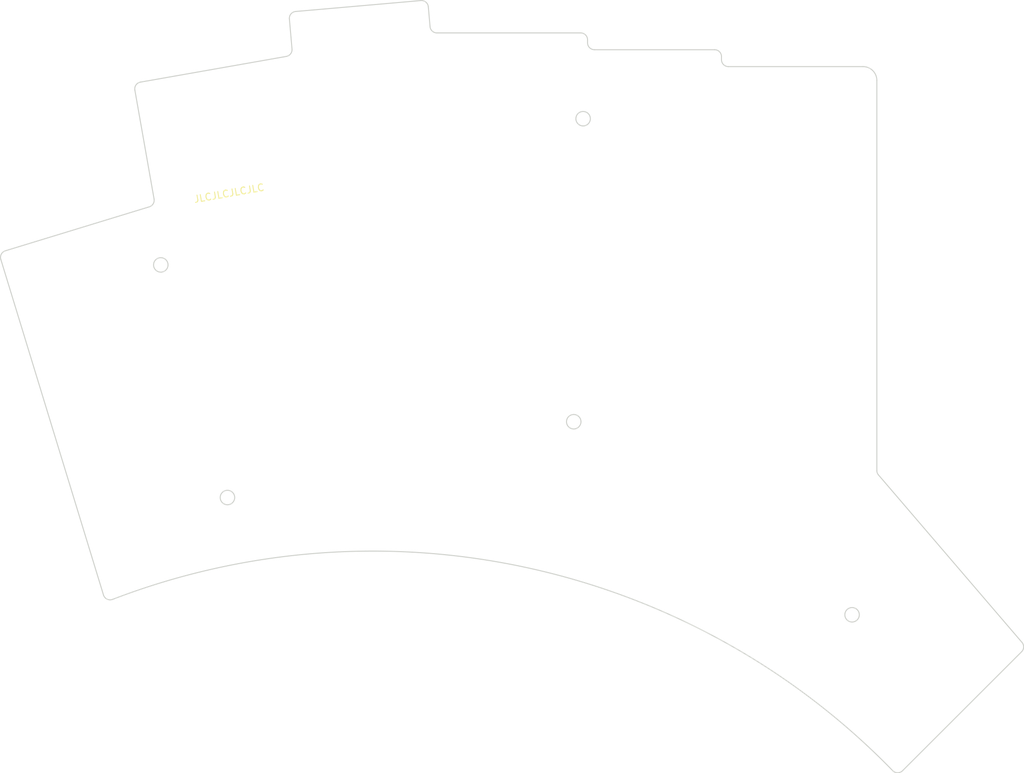
<source format=kicad_pcb>

            
(kicad_pcb (version 20211014) (generator pcbnew)

  (general
    (thickness 1.6)
  )

  (paper "A3")
  (title_block
    (title "porcupine_4thumb_keys_bottom_plate")
    (rev "v0.0.1")
    (company "Anarion")
  )

  (layers
    (0 "F.Cu" signal)
    (31 "B.Cu" signal)
    (32 "B.Adhes" user "B.Adhesive")
    (33 "F.Adhes" user "F.Adhesive")
    (34 "B.Paste" user)
    (35 "F.Paste" user)
    (36 "B.SilkS" user "B.Silkscreen")
    (37 "F.SilkS" user "F.Silkscreen")
    (38 "B.Mask" user)
    (39 "F.Mask" user)
    (40 "Dwgs.User" user "User.Drawings")
    (41 "Cmts.User" user "User.Comments")
    (42 "Eco1.User" user "User.Eco1")
    (43 "Eco2.User" user "User.Eco2")
    (44 "Edge.Cuts" user)
    (45 "Margin" user)
    (46 "B.CrtYd" user "B.Courtyard")
    (47 "F.CrtYd" user "F.Courtyard")
    (48 "B.Fab" user)
    (49 "F.Fab" user)
  )

  (setup
    (last_trace_width 0.25)
    (trace_clearance 0.2)
    (zone_clearance 0.508)
    (zone_45_only no)
    (trace_min 0.2)
    (via_size 0.8)
    (via_drill 0.4)
    (via_min_size 0.4)
    (via_min_drill 0.3)
    (uvia_size 0.3)
    (uvia_drill 0.1)
    (uvias_allowed no)
    (uvia_min_size 0.2)
    (uvia_min_drill 0.1)
    (edge_width 0.05)
    (segment_width 0.2)
    (pcb_text_width 0.3)
    (pcb_text_size 1.5 1.5)
    (mod_edge_width 0.12)
    (mod_text_size 1 1)
    (mod_text_width 0.15)
    (pad_size 1.524 1.524)
    (pad_drill 0.762)
    (pad_to_mask_clearance 0.05)
    (aux_axis_origin 0 0)
    (visible_elements FFFFFF7F)
    (pcbplotparams
      (layerselection 0x00010fc_ffffffff)
      (disableapertmacros false)
      (usegerberextensions false)
      (usegerberattributes true)
      (usegerberadvancedattributes true)
      (creategerberjobfile true)
      (svguseinch false)
      (svgprecision 6)
      (excludeedgelayer true)
      (plotframeref false)
      (viasonmask false)
      (mode 1)
      (useauxorigin false)
      (hpglpennumber 1)
      (hpglpenspeed 20)
      (hpglpendiameter 15.000000)
      (dxfpolygonmode true)
      (dxfimperialunits true)
      (dxfusepcbnewfont true)
      (psnegative false)
      (psa4output false)
      (plotreference true)
      (plotvalue true)
      (plotinvisibletext false)
      (sketchpadsonfab false)
      (subtractmaskfromsilk false)
      (outputformat 1)
      (mirror false)
      (drillshape 1)
      (scaleselection 1)
      (outputdirectory "")
    )
  )

            (net 0 "")
            
  (net_class Default "This is the default net class."
    (clearance 0.2)
    (trace_width 0.25)
    (via_dia 0.8)
    (via_drill 0.4)
    (uvia_dia 0.3)
    (uvia_drill 0.1)
    (add_net "")
  )

            
  (net_class Power "This is the power net class."
    (clearance 0.2)
    (trace_width 0.5)
    (via_dia 0.8)
    (via_drill 0.4)
    (uvia_dia 0.3)
    (uvia_drill 0.1)
    
  )

            
            (gr_text "JLCJLCJLCJLC" (at 180.43148419999997 104.40721570000002 10) (layer F.SilkS)
                (effects (font (size 1 1) (thickness 0.15) ) (justify left))
            )
        
            (gr_line (start 152.5334464104637 113.07413928106877) (end 167.40236078100983 161.70816710580596) (layer "Edge.Cuts") (width 0.15))
(gr_line (start 153.19737951046372 111.82546278106878) (end 174.03796868146463 105.45385530529964) (layer "Edge.Cuts") (width 0.15))
(gr_line (start 171.94717698750728 88.53943301520655) (end 174.73040478146467 104.32390230529973) (layer "Edge.Cuts") (width 0.15))
(gr_line (start 172.75833658750724 87.3809770152065) (end 193.88583506969596 83.6556289755185) (layer "Edge.Cuts") (width 0.15))
(gr_line (start 195.23640693575206 77.14530915412462) (end 213.36715045351258 75.55907463806577) (layer "Edge.Cuts") (width 0.15))
(gr_line (start 214.4505008535126 76.46811363806592) (end 214.70152561920827 79.33733959999972) (layer "Edge.Cuts") (width 0.15))
(gr_line (start 194.7083815696959 82.58366547551805) (end 194.32736793575208 78.22865955412499) (layer "Edge.Cuts") (width 0.15))
(gr_line (start 215.6977203192083 80.25018390000002) (end 236.51108699999997 80.25018390000002) (layer "Edge.Cuts") (width 0.15))
(gr_line (start 237.51108699999997 81.25018390000002) (end 237.51108699999997 81.6835173) (layer "Edge.Cuts") (width 0.15))
(gr_line (start 256.91108699999995 84.1335173) (end 256.91108699999995 83.6835173) (layer "Edge.Cuts") (width 0.15))
(gr_line (start 238.51108699999997 82.6835173) (end 255.91108699999995 82.6835173) (layer "Edge.Cuts") (width 0.15))
(gr_line (start 279.6515963 144.31719585954988) (end 300.4313657295389 168.57791996694584) (layer "Edge.Cuts") (width 0.15))
(gr_line (start 300.37898182953893 169.93554496694583) (end 283.13340275193525 187.18112395193538) (layer "Edge.Cuts") (width 0.15))
(gr_arc (start 281.70917136802865 187.17096218710373) (mid 228.94013757096508 157.79560389320125) (end 168.71765071135837 162.3491386976446) (layer "Edge.Cuts") (width 0.15))
(gr_line (start 279.41108699999995 143.66667765954983) (end 279.41108699999995 87.1335173) (layer "Edge.Cuts") (width 0.15))
(gr_arc (start 279.41108699999995 87.1335173) (mid 278.82530056237306 85.7193037376269) (end 277.41108699999995 85.1335173) (layer "Edge.Cuts") (width 0.15))
(gr_line (start 277.41108699999995 85.1335173) (end 257.91108699999995 85.1335173) (layer "Edge.Cuts") (width 0.15))
(gr_arc (start 167.40236083895218 161.70816708809122) (mid 167.92059158800785 162.31473430783365) (end 168.71765070751087 162.34913868764153) (layer "Edge.Cuts") (width 0.15))
(gr_arc (start 281.70917138697115 187.1709621686943) (mid 282.4191612367252 187.47399174725263) (end 283.1334027811865 187.18112398118663) (layer "Edge.Cuts") (width 0.15))
(gr_arc (start 300.37898181072546 169.9355449481324) (mid 300.67113146030175 169.26699443205476) (end 300.4313657098234 168.57791998383257) (layer "Edge.Cuts") (width 0.15))
(gr_arc (start 279.41108699999995 143.66667765954983) (mid 279.4731395920169 144.01345519610285) (end 279.6515963197155 144.31719584266318) (layer "Edge.Cuts") (width 0.15))
(gr_arc (start 256.91108699999995 84.1335173) (mid 257.2039802188134 84.84062408118655) (end 257.91108699999995 85.1335173) (layer "Edge.Cuts") (width 0.15))
(gr_arc (start 256.91108699999995 83.6835173) (mid 256.6181937811865 82.97641051881345) (end 255.91108699999995 82.6835173) (layer "Edge.Cuts") (width 0.15))
(gr_arc (start 237.51108699999997 81.6835173) (mid 237.80398021881342 82.39062408118656) (end 238.51108699999997 82.6835173) (layer "Edge.Cuts") (width 0.15))
(gr_arc (start 237.51108699999997 81.25018390000002) (mid 237.21819378118653 80.54307711881347) (end 236.51108699999997 80.25018390000002) (layer "Edge.Cuts") (width 0.15))
(gr_arc (start 214.7015256173905 79.33733960015876) (mid 215.02213009583272 79.98746122236886) (end 215.6977203192083 80.25018390000002) (layer "Edge.Cuts") (width 0.15))
(gr_arc (start 214.45050085533038 76.46811363790688) (mid 214.09709379594852 75.78922492242697) (end 213.36715045335356 75.55907463624818) (layer "Edge.Cuts") (width 0.15))
(gr_arc (start 195.236406935593 77.14530915230685) (mid 194.55751822011297 77.49871621168882) (end 194.3273679339343 78.22865955428402) (layer "Edge.Cuts") (width 0.15))
(gr_arc (start 193.88583506098706 83.65562892612797) (mid 194.5055402011854 83.27958261599744) (end 194.70838157151366 82.58366547535901) (layer "Edge.Cuts") (width 0.15))
(gr_arc (start 172.75833659621605 87.38097706459662) (mid 172.11283273528315 87.792208390188) (end 171.94717703689736 88.53943300649775) (layer "Edge.Cuts") (width 0.15))
(gr_arc (start 174.03796866955577 105.45385526634745) (mid 174.59823714488942 105.02004907153209) (end 174.73040473207456 104.32390231400854) (layer "Edge.Cuts") (width 0.15))
(gr_arc (start 153.1973795223726 111.82546282002095) (mid 152.60680362576963 112.31229600292706) (end 152.5334464494159 113.0741392691599) (layer "Edge.Cuts") (width 0.15))
(gr_circle (center 175.70320489999997 113.87206510000001) (end 176.7532049 113.87206510000001) (layer "Edge.Cuts") (width 0.15))
(gr_circle (center 185.35777240000002 147.5852047) (end 186.40777240000003 147.5852047) (layer "Edge.Cuts") (width 0.15))
(gr_circle (center 236.871087 92.6835173) (end 237.921087 92.6835173) (layer "Edge.Cuts") (width 0.15))
(gr_circle (center 235.51108699999997 136.60018390000002) (end 236.561087 136.60018390000002) (layer "Edge.Cuts") (width 0.15))
(gr_circle (center 275.82519179999997 164.57871820000003) (end 276.8751918 164.57871820000003) (layer "Edge.Cuts") (width 0.15))
            
)

        
</source>
